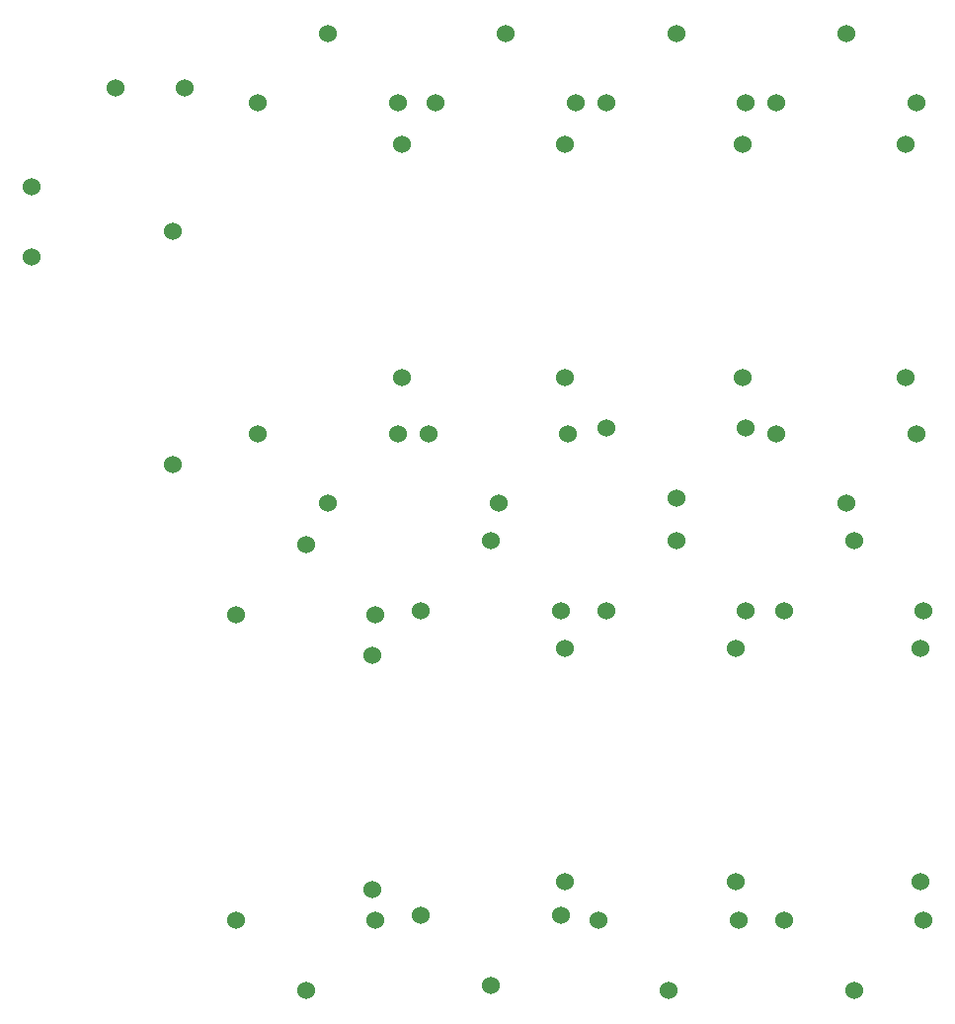
<source format=gbr>
%TF.GenerationSoftware,KiCad,Pcbnew,(6.0.7)*%
%TF.CreationDate,2022-09-05T15:10:35+08:00*%
%TF.ProjectId,6_6,365f362e-6b69-4636-9164-5f7063625858,rev?*%
%TF.SameCoordinates,Original*%
%TF.FileFunction,Soldermask,Bot*%
%TF.FilePolarity,Negative*%
%FSLAX46Y46*%
G04 Gerber Fmt 4.6, Leading zero omitted, Abs format (unit mm)*
G04 Created by KiCad (PCBNEW (6.0.7)) date 2022-09-05 15:10:35*
%MOMM*%
%LPD*%
G01*
G04 APERTURE LIST*
%ADD10C,1.524000*%
G04 APERTURE END LIST*
D10*
%TO.C,U2*%
X46990000Y-15590000D03*
X40990000Y-21590000D03*
X52990000Y-21590000D03*
%TD*%
%TO.C,U17*%
X92075000Y-59055000D03*
X86075000Y-65055000D03*
X98075000Y-65055000D03*
%TD*%
%TO.C,R7*%
X67310000Y-88280000D03*
X67310000Y-68280000D03*
%TD*%
%TO.C,R3*%
X67310000Y-25100000D03*
X67310000Y-45100000D03*
%TD*%
%TO.C,U11*%
X45085000Y-59405000D03*
X39085000Y-65405000D03*
X51085000Y-65405000D03*
%TD*%
%TO.C,U6*%
X76835000Y-15590000D03*
X70835000Y-21590000D03*
X82835000Y-21590000D03*
%TD*%
%TO.C,U15*%
X76835000Y-59055000D03*
X70835000Y-65055000D03*
X82835000Y-65055000D03*
%TD*%
%TO.C,R4*%
X82550000Y-25100000D03*
X82550000Y-45100000D03*
%TD*%
%TO.C,U1*%
X28750000Y-20320000D03*
X34750000Y-20320000D03*
%TD*%
%TO.C,R6*%
X50800000Y-88915000D03*
X50800000Y-68915000D03*
%TD*%
%TO.C,U4*%
X62230000Y-15590000D03*
X56230000Y-21590000D03*
X68230000Y-21590000D03*
%TD*%
%TO.C,R5*%
X96520000Y-25100000D03*
X96520000Y-45100000D03*
%TD*%
%TO.C,V1*%
X21590000Y-28750000D03*
X21590000Y-34750000D03*
%TD*%
%TO.C,R8*%
X81915000Y-88280000D03*
X81915000Y-68280000D03*
%TD*%
%TO.C,R2*%
X53340000Y-25100000D03*
X53340000Y-45100000D03*
%TD*%
%TO.C,R9*%
X97790000Y-88280000D03*
X97790000Y-68280000D03*
%TD*%
%TO.C,U13*%
X60960000Y-59055000D03*
X54960000Y-65055000D03*
X66960000Y-65055000D03*
%TD*%
%TO.C,R1*%
X33655000Y-32545000D03*
X33655000Y-52545000D03*
%TD*%
%TO.C,U8*%
X91440000Y-15590000D03*
X85440000Y-21590000D03*
X97440000Y-21590000D03*
%TD*%
%TO.C,U14*%
X76200000Y-97615000D03*
X70200000Y-91615000D03*
X82200000Y-91615000D03*
%TD*%
%TO.C,U5*%
X61595000Y-55880000D03*
X55595000Y-49880000D03*
X67595000Y-49880000D03*
%TD*%
%TO.C,U9*%
X91440000Y-55880000D03*
X85440000Y-49880000D03*
X97440000Y-49880000D03*
%TD*%
%TO.C,U12*%
X60960000Y-97155000D03*
X54960000Y-91155000D03*
X66960000Y-91155000D03*
%TD*%
%TO.C,U7*%
X76835000Y-55420000D03*
X70835000Y-49420000D03*
X82835000Y-49420000D03*
%TD*%
%TO.C,U10*%
X45085000Y-97615000D03*
X39085000Y-91615000D03*
X51085000Y-91615000D03*
%TD*%
%TO.C,U3*%
X46990000Y-55880000D03*
X40990000Y-49880000D03*
X52990000Y-49880000D03*
%TD*%
%TO.C,U16*%
X92075000Y-97615000D03*
X86075000Y-91615000D03*
X98075000Y-91615000D03*
%TD*%
M02*

</source>
